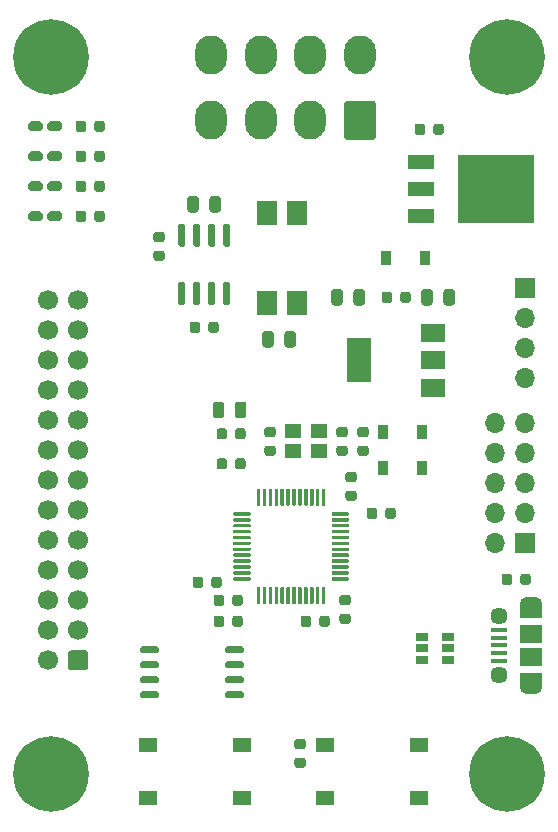
<source format=gbr>
%TF.GenerationSoftware,KiCad,Pcbnew,5.1.6*%
%TF.CreationDate,2020-11-22T23:26:00-03:00*%
%TF.ProjectId,MCU_Comms_Control,4d43555f-436f-46d6-9d73-5f436f6e7472,rev?*%
%TF.SameCoordinates,Original*%
%TF.FileFunction,Soldermask,Top*%
%TF.FilePolarity,Negative*%
%FSLAX46Y46*%
G04 Gerber Fmt 4.6, Leading zero omitted, Abs format (unit mm)*
G04 Created by KiCad (PCBNEW 5.1.6) date 2020-11-22 23:26:00*
%MOMM*%
%LPD*%
G01*
G04 APERTURE LIST*
%ADD10C,0.800000*%
%ADD11C,6.400000*%
%ADD12R,0.900000X1.200000*%
%ADD13R,1.900000X1.500000*%
%ADD14C,1.450000*%
%ADD15R,1.350000X0.400000*%
%ADD16O,1.900000X1.200000*%
%ADD17R,1.900000X1.200000*%
%ADD18O,2.700000X3.300000*%
%ADD19C,1.700000*%
%ADD20R,1.700000X1.700000*%
%ADD21O,1.700000X1.700000*%
%ADD22R,1.550000X1.300000*%
%ADD23R,1.060000X0.650000*%
%ADD24R,1.780000X2.000000*%
%ADD25R,2.000000X3.800000*%
%ADD26R,2.000000X1.500000*%
%ADD27R,2.200000X1.200000*%
%ADD28R,6.400000X5.800000*%
%ADD29R,1.400000X1.200000*%
G04 APERTURE END LIST*
D10*
%TO.C,REF\u002A\u002A*%
X110409056Y-43768944D03*
X108712000Y-43066000D03*
X107014944Y-43768944D03*
X106312000Y-45466000D03*
X107014944Y-47163056D03*
X108712000Y-47866000D03*
X110409056Y-47163056D03*
X111112000Y-45466000D03*
D11*
X108712000Y-45466000D03*
%TD*%
D10*
%TO.C,REF\u002A\u002A*%
X71801056Y-43768944D03*
X70104000Y-43066000D03*
X68406944Y-43768944D03*
X67704000Y-45466000D03*
X68406944Y-47163056D03*
X70104000Y-47866000D03*
X71801056Y-47163056D03*
X72504000Y-45466000D03*
D11*
X70104000Y-45466000D03*
%TD*%
D10*
%TO.C,REF\u002A\u002A*%
X110409056Y-104474944D03*
X108712000Y-103772000D03*
X107014944Y-104474944D03*
X106312000Y-106172000D03*
X107014944Y-107869056D03*
X108712000Y-108572000D03*
X110409056Y-107869056D03*
X111112000Y-106172000D03*
D11*
X108712000Y-106172000D03*
%TD*%
D10*
%TO.C,REF\u002A\u002A*%
X71801056Y-104474944D03*
X70104000Y-103772000D03*
X68406944Y-104474944D03*
X67704000Y-106172000D03*
X68406944Y-107869056D03*
X70104000Y-108572000D03*
X71801056Y-107869056D03*
X72504000Y-106172000D03*
D11*
X70104000Y-106172000D03*
%TD*%
%TO.C,C1*%
G36*
G01*
X96263750Y-78328000D02*
X96776250Y-78328000D01*
G75*
G02*
X96995000Y-78546750I0J-218750D01*
G01*
X96995000Y-78984250D01*
G75*
G02*
X96776250Y-79203000I-218750J0D01*
G01*
X96263750Y-79203000D01*
G75*
G02*
X96045000Y-78984250I0J218750D01*
G01*
X96045000Y-78546750D01*
G75*
G02*
X96263750Y-78328000I218750J0D01*
G01*
G37*
G36*
G01*
X96263750Y-76753000D02*
X96776250Y-76753000D01*
G75*
G02*
X96995000Y-76971750I0J-218750D01*
G01*
X96995000Y-77409250D01*
G75*
G02*
X96776250Y-77628000I-218750J0D01*
G01*
X96263750Y-77628000D01*
G75*
G02*
X96045000Y-77409250I0J218750D01*
G01*
X96045000Y-76971750D01*
G75*
G02*
X96263750Y-76753000I218750J0D01*
G01*
G37*
%TD*%
%TO.C,C2*%
G36*
G01*
X94998250Y-79203000D02*
X94485750Y-79203000D01*
G75*
G02*
X94267000Y-78984250I0J218750D01*
G01*
X94267000Y-78546750D01*
G75*
G02*
X94485750Y-78328000I218750J0D01*
G01*
X94998250Y-78328000D01*
G75*
G02*
X95217000Y-78546750I0J-218750D01*
G01*
X95217000Y-78984250D01*
G75*
G02*
X94998250Y-79203000I-218750J0D01*
G01*
G37*
G36*
G01*
X94998250Y-77628000D02*
X94485750Y-77628000D01*
G75*
G02*
X94267000Y-77409250I0J218750D01*
G01*
X94267000Y-76971750D01*
G75*
G02*
X94485750Y-76753000I218750J0D01*
G01*
X94998250Y-76753000D01*
G75*
G02*
X95217000Y-76971750I0J-218750D01*
G01*
X95217000Y-77409250D01*
G75*
G02*
X94998250Y-77628000I-218750J0D01*
G01*
G37*
%TD*%
%TO.C,C3*%
G36*
G01*
X88389750Y-78328000D02*
X88902250Y-78328000D01*
G75*
G02*
X89121000Y-78546750I0J-218750D01*
G01*
X89121000Y-78984250D01*
G75*
G02*
X88902250Y-79203000I-218750J0D01*
G01*
X88389750Y-79203000D01*
G75*
G02*
X88171000Y-78984250I0J218750D01*
G01*
X88171000Y-78546750D01*
G75*
G02*
X88389750Y-78328000I218750J0D01*
G01*
G37*
G36*
G01*
X88389750Y-76753000D02*
X88902250Y-76753000D01*
G75*
G02*
X89121000Y-76971750I0J-218750D01*
G01*
X89121000Y-77409250D01*
G75*
G02*
X88902250Y-77628000I-218750J0D01*
G01*
X88389750Y-77628000D01*
G75*
G02*
X88171000Y-77409250I0J218750D01*
G01*
X88171000Y-76971750D01*
G75*
G02*
X88389750Y-76753000I218750J0D01*
G01*
G37*
%TD*%
%TO.C,C4*%
G36*
G01*
X103320000Y-66242250D02*
X103320000Y-65329750D01*
G75*
G02*
X103563750Y-65086000I243750J0D01*
G01*
X104051250Y-65086000D01*
G75*
G02*
X104295000Y-65329750I0J-243750D01*
G01*
X104295000Y-66242250D01*
G75*
G02*
X104051250Y-66486000I-243750J0D01*
G01*
X103563750Y-66486000D01*
G75*
G02*
X103320000Y-66242250I0J243750D01*
G01*
G37*
G36*
G01*
X101445000Y-66242250D02*
X101445000Y-65329750D01*
G75*
G02*
X101688750Y-65086000I243750J0D01*
G01*
X102176250Y-65086000D01*
G75*
G02*
X102420000Y-65329750I0J-243750D01*
G01*
X102420000Y-66242250D01*
G75*
G02*
X102176250Y-66486000I-243750J0D01*
G01*
X101688750Y-66486000D01*
G75*
G02*
X101445000Y-66242250I0J243750D01*
G01*
G37*
%TD*%
%TO.C,C5*%
G36*
G01*
X102458000Y-51818250D02*
X102458000Y-51305750D01*
G75*
G02*
X102676750Y-51087000I218750J0D01*
G01*
X103114250Y-51087000D01*
G75*
G02*
X103333000Y-51305750I0J-218750D01*
G01*
X103333000Y-51818250D01*
G75*
G02*
X103114250Y-52037000I-218750J0D01*
G01*
X102676750Y-52037000D01*
G75*
G02*
X102458000Y-51818250I0J218750D01*
G01*
G37*
G36*
G01*
X100883000Y-51818250D02*
X100883000Y-51305750D01*
G75*
G02*
X101101750Y-51087000I218750J0D01*
G01*
X101539250Y-51087000D01*
G75*
G02*
X101758000Y-51305750I0J-218750D01*
G01*
X101758000Y-51818250D01*
G75*
G02*
X101539250Y-52037000I-218750J0D01*
G01*
X101101750Y-52037000D01*
G75*
G02*
X100883000Y-51818250I0J218750D01*
G01*
G37*
%TD*%
%TO.C,C6*%
G36*
G01*
X96675000Y-65329750D02*
X96675000Y-66242250D01*
G75*
G02*
X96431250Y-66486000I-243750J0D01*
G01*
X95943750Y-66486000D01*
G75*
G02*
X95700000Y-66242250I0J243750D01*
G01*
X95700000Y-65329750D01*
G75*
G02*
X95943750Y-65086000I243750J0D01*
G01*
X96431250Y-65086000D01*
G75*
G02*
X96675000Y-65329750I0J-243750D01*
G01*
G37*
G36*
G01*
X94800000Y-65329750D02*
X94800000Y-66242250D01*
G75*
G02*
X94556250Y-66486000I-243750J0D01*
G01*
X94068750Y-66486000D01*
G75*
G02*
X93825000Y-66242250I0J243750D01*
G01*
X93825000Y-65329750D01*
G75*
G02*
X94068750Y-65086000I243750J0D01*
G01*
X94556250Y-65086000D01*
G75*
G02*
X94800000Y-65329750I0J-243750D01*
G01*
G37*
%TD*%
%TO.C,C7*%
G36*
G01*
X98089000Y-66042250D02*
X98089000Y-65529750D01*
G75*
G02*
X98307750Y-65311000I218750J0D01*
G01*
X98745250Y-65311000D01*
G75*
G02*
X98964000Y-65529750I0J-218750D01*
G01*
X98964000Y-66042250D01*
G75*
G02*
X98745250Y-66261000I-218750J0D01*
G01*
X98307750Y-66261000D01*
G75*
G02*
X98089000Y-66042250I0J218750D01*
G01*
G37*
G36*
G01*
X99664000Y-66042250D02*
X99664000Y-65529750D01*
G75*
G02*
X99882750Y-65311000I218750J0D01*
G01*
X100320250Y-65311000D01*
G75*
G02*
X100539000Y-65529750I0J-218750D01*
G01*
X100539000Y-66042250D01*
G75*
G02*
X100320250Y-66261000I-218750J0D01*
G01*
X99882750Y-66261000D01*
G75*
G02*
X99664000Y-66042250I0J218750D01*
G01*
G37*
%TD*%
%TO.C,C8*%
G36*
G01*
X86315000Y-91183750D02*
X86315000Y-91696250D01*
G75*
G02*
X86096250Y-91915000I-218750J0D01*
G01*
X85658750Y-91915000D01*
G75*
G02*
X85440000Y-91696250I0J218750D01*
G01*
X85440000Y-91183750D01*
G75*
G02*
X85658750Y-90965000I218750J0D01*
G01*
X86096250Y-90965000D01*
G75*
G02*
X86315000Y-91183750I0J-218750D01*
G01*
G37*
G36*
G01*
X84740000Y-91183750D02*
X84740000Y-91696250D01*
G75*
G02*
X84521250Y-91915000I-218750J0D01*
G01*
X84083750Y-91915000D01*
G75*
G02*
X83865000Y-91696250I0J218750D01*
G01*
X83865000Y-91183750D01*
G75*
G02*
X84083750Y-90965000I218750J0D01*
G01*
X84521250Y-90965000D01*
G75*
G02*
X84740000Y-91183750I0J-218750D01*
G01*
G37*
%TD*%
%TO.C,C9*%
G36*
G01*
X82962000Y-89659750D02*
X82962000Y-90172250D01*
G75*
G02*
X82743250Y-90391000I-218750J0D01*
G01*
X82305750Y-90391000D01*
G75*
G02*
X82087000Y-90172250I0J218750D01*
G01*
X82087000Y-89659750D01*
G75*
G02*
X82305750Y-89441000I218750J0D01*
G01*
X82743250Y-89441000D01*
G75*
G02*
X82962000Y-89659750I0J-218750D01*
G01*
G37*
G36*
G01*
X84537000Y-89659750D02*
X84537000Y-90172250D01*
G75*
G02*
X84318250Y-90391000I-218750J0D01*
G01*
X83880750Y-90391000D01*
G75*
G02*
X83662000Y-90172250I0J218750D01*
G01*
X83662000Y-89659750D01*
G75*
G02*
X83880750Y-89441000I218750J0D01*
G01*
X84318250Y-89441000D01*
G75*
G02*
X84537000Y-89659750I0J-218750D01*
G01*
G37*
%TD*%
%TO.C,C10*%
G36*
G01*
X94739750Y-90977000D02*
X95252250Y-90977000D01*
G75*
G02*
X95471000Y-91195750I0J-218750D01*
G01*
X95471000Y-91633250D01*
G75*
G02*
X95252250Y-91852000I-218750J0D01*
G01*
X94739750Y-91852000D01*
G75*
G02*
X94521000Y-91633250I0J218750D01*
G01*
X94521000Y-91195750D01*
G75*
G02*
X94739750Y-90977000I218750J0D01*
G01*
G37*
G36*
G01*
X94739750Y-92552000D02*
X95252250Y-92552000D01*
G75*
G02*
X95471000Y-92770750I0J-218750D01*
G01*
X95471000Y-93208250D01*
G75*
G02*
X95252250Y-93427000I-218750J0D01*
G01*
X94739750Y-93427000D01*
G75*
G02*
X94521000Y-93208250I0J218750D01*
G01*
X94521000Y-92770750D01*
G75*
G02*
X94739750Y-92552000I218750J0D01*
G01*
G37*
%TD*%
%TO.C,C11*%
G36*
G01*
X98394000Y-84330250D02*
X98394000Y-83817750D01*
G75*
G02*
X98612750Y-83599000I218750J0D01*
G01*
X99050250Y-83599000D01*
G75*
G02*
X99269000Y-83817750I0J-218750D01*
G01*
X99269000Y-84330250D01*
G75*
G02*
X99050250Y-84549000I-218750J0D01*
G01*
X98612750Y-84549000D01*
G75*
G02*
X98394000Y-84330250I0J218750D01*
G01*
G37*
G36*
G01*
X96819000Y-84330250D02*
X96819000Y-83817750D01*
G75*
G02*
X97037750Y-83599000I218750J0D01*
G01*
X97475250Y-83599000D01*
G75*
G02*
X97694000Y-83817750I0J-218750D01*
G01*
X97694000Y-84330250D01*
G75*
G02*
X97475250Y-84549000I-218750J0D01*
G01*
X97037750Y-84549000D01*
G75*
G02*
X96819000Y-84330250I0J218750D01*
G01*
G37*
%TD*%
%TO.C,C12*%
G36*
G01*
X95760250Y-83013000D02*
X95247750Y-83013000D01*
G75*
G02*
X95029000Y-82794250I0J218750D01*
G01*
X95029000Y-82356750D01*
G75*
G02*
X95247750Y-82138000I218750J0D01*
G01*
X95760250Y-82138000D01*
G75*
G02*
X95979000Y-82356750I0J-218750D01*
G01*
X95979000Y-82794250D01*
G75*
G02*
X95760250Y-83013000I-218750J0D01*
G01*
G37*
G36*
G01*
X95760250Y-81438000D02*
X95247750Y-81438000D01*
G75*
G02*
X95029000Y-81219250I0J218750D01*
G01*
X95029000Y-80781750D01*
G75*
G02*
X95247750Y-80563000I218750J0D01*
G01*
X95760250Y-80563000D01*
G75*
G02*
X95979000Y-80781750I0J-218750D01*
G01*
X95979000Y-81219250D01*
G75*
G02*
X95760250Y-81438000I-218750J0D01*
G01*
G37*
%TD*%
%TO.C,C13*%
G36*
G01*
X86569000Y-77086750D02*
X86569000Y-77599250D01*
G75*
G02*
X86350250Y-77818000I-218750J0D01*
G01*
X85912750Y-77818000D01*
G75*
G02*
X85694000Y-77599250I0J218750D01*
G01*
X85694000Y-77086750D01*
G75*
G02*
X85912750Y-76868000I218750J0D01*
G01*
X86350250Y-76868000D01*
G75*
G02*
X86569000Y-77086750I0J-218750D01*
G01*
G37*
G36*
G01*
X84994000Y-77086750D02*
X84994000Y-77599250D01*
G75*
G02*
X84775250Y-77818000I-218750J0D01*
G01*
X84337750Y-77818000D01*
G75*
G02*
X84119000Y-77599250I0J218750D01*
G01*
X84119000Y-77086750D01*
G75*
G02*
X84337750Y-76868000I218750J0D01*
G01*
X84775250Y-76868000D01*
G75*
G02*
X84994000Y-77086750I0J-218750D01*
G01*
G37*
%TD*%
%TO.C,C14*%
G36*
G01*
X84994000Y-79626750D02*
X84994000Y-80139250D01*
G75*
G02*
X84775250Y-80358000I-218750J0D01*
G01*
X84337750Y-80358000D01*
G75*
G02*
X84119000Y-80139250I0J218750D01*
G01*
X84119000Y-79626750D01*
G75*
G02*
X84337750Y-79408000I218750J0D01*
G01*
X84775250Y-79408000D01*
G75*
G02*
X84994000Y-79626750I0J-218750D01*
G01*
G37*
G36*
G01*
X86569000Y-79626750D02*
X86569000Y-80139250D01*
G75*
G02*
X86350250Y-80358000I-218750J0D01*
G01*
X85912750Y-80358000D01*
G75*
G02*
X85694000Y-80139250I0J218750D01*
G01*
X85694000Y-79626750D01*
G75*
G02*
X85912750Y-79408000I218750J0D01*
G01*
X86350250Y-79408000D01*
G75*
G02*
X86569000Y-79626750I0J-218750D01*
G01*
G37*
%TD*%
%TO.C,C15*%
G36*
G01*
X84283000Y-68069750D02*
X84283000Y-68582250D01*
G75*
G02*
X84064250Y-68801000I-218750J0D01*
G01*
X83626750Y-68801000D01*
G75*
G02*
X83408000Y-68582250I0J218750D01*
G01*
X83408000Y-68069750D01*
G75*
G02*
X83626750Y-67851000I218750J0D01*
G01*
X84064250Y-67851000D01*
G75*
G02*
X84283000Y-68069750I0J-218750D01*
G01*
G37*
G36*
G01*
X82708000Y-68069750D02*
X82708000Y-68582250D01*
G75*
G02*
X82489250Y-68801000I-218750J0D01*
G01*
X82051750Y-68801000D01*
G75*
G02*
X81833000Y-68582250I0J218750D01*
G01*
X81833000Y-68069750D01*
G75*
G02*
X82051750Y-67851000I218750J0D01*
G01*
X82489250Y-67851000D01*
G75*
G02*
X82708000Y-68069750I0J-218750D01*
G01*
G37*
%TD*%
%TO.C,C16*%
G36*
G01*
X84740000Y-92961750D02*
X84740000Y-93474250D01*
G75*
G02*
X84521250Y-93693000I-218750J0D01*
G01*
X84083750Y-93693000D01*
G75*
G02*
X83865000Y-93474250I0J218750D01*
G01*
X83865000Y-92961750D01*
G75*
G02*
X84083750Y-92743000I218750J0D01*
G01*
X84521250Y-92743000D01*
G75*
G02*
X84740000Y-92961750I0J-218750D01*
G01*
G37*
G36*
G01*
X86315000Y-92961750D02*
X86315000Y-93474250D01*
G75*
G02*
X86096250Y-93693000I-218750J0D01*
G01*
X85658750Y-93693000D01*
G75*
G02*
X85440000Y-93474250I0J218750D01*
G01*
X85440000Y-92961750D01*
G75*
G02*
X85658750Y-92743000I218750J0D01*
G01*
X86096250Y-92743000D01*
G75*
G02*
X86315000Y-92961750I0J-218750D01*
G01*
G37*
%TD*%
D12*
%TO.C,D1*%
X101472000Y-80264000D03*
X98172000Y-80264000D03*
%TD*%
%TO.C,D2*%
X98172000Y-77216000D03*
X101472000Y-77216000D03*
%TD*%
%TO.C,D3*%
G36*
G01*
X69796000Y-51520500D02*
X69796000Y-51095500D01*
G75*
G02*
X70008500Y-50883000I212500J0D01*
G01*
X70808500Y-50883000D01*
G75*
G02*
X71021000Y-51095500I0J-212500D01*
G01*
X71021000Y-51520500D01*
G75*
G02*
X70808500Y-51733000I-212500J0D01*
G01*
X70008500Y-51733000D01*
G75*
G02*
X69796000Y-51520500I0J212500D01*
G01*
G37*
G36*
G01*
X68171000Y-51520500D02*
X68171000Y-51095500D01*
G75*
G02*
X68383500Y-50883000I212500J0D01*
G01*
X69183500Y-50883000D01*
G75*
G02*
X69396000Y-51095500I0J-212500D01*
G01*
X69396000Y-51520500D01*
G75*
G02*
X69183500Y-51733000I-212500J0D01*
G01*
X68383500Y-51733000D01*
G75*
G02*
X68171000Y-51520500I0J212500D01*
G01*
G37*
%TD*%
%TO.C,D4*%
G36*
G01*
X68171000Y-54060500D02*
X68171000Y-53635500D01*
G75*
G02*
X68383500Y-53423000I212500J0D01*
G01*
X69183500Y-53423000D01*
G75*
G02*
X69396000Y-53635500I0J-212500D01*
G01*
X69396000Y-54060500D01*
G75*
G02*
X69183500Y-54273000I-212500J0D01*
G01*
X68383500Y-54273000D01*
G75*
G02*
X68171000Y-54060500I0J212500D01*
G01*
G37*
G36*
G01*
X69796000Y-54060500D02*
X69796000Y-53635500D01*
G75*
G02*
X70008500Y-53423000I212500J0D01*
G01*
X70808500Y-53423000D01*
G75*
G02*
X71021000Y-53635500I0J-212500D01*
G01*
X71021000Y-54060500D01*
G75*
G02*
X70808500Y-54273000I-212500J0D01*
G01*
X70008500Y-54273000D01*
G75*
G02*
X69796000Y-54060500I0J212500D01*
G01*
G37*
%TD*%
%TO.C,D5*%
G36*
G01*
X69796000Y-56600500D02*
X69796000Y-56175500D01*
G75*
G02*
X70008500Y-55963000I212500J0D01*
G01*
X70808500Y-55963000D01*
G75*
G02*
X71021000Y-56175500I0J-212500D01*
G01*
X71021000Y-56600500D01*
G75*
G02*
X70808500Y-56813000I-212500J0D01*
G01*
X70008500Y-56813000D01*
G75*
G02*
X69796000Y-56600500I0J212500D01*
G01*
G37*
G36*
G01*
X68171000Y-56600500D02*
X68171000Y-56175500D01*
G75*
G02*
X68383500Y-55963000I212500J0D01*
G01*
X69183500Y-55963000D01*
G75*
G02*
X69396000Y-56175500I0J-212500D01*
G01*
X69396000Y-56600500D01*
G75*
G02*
X69183500Y-56813000I-212500J0D01*
G01*
X68383500Y-56813000D01*
G75*
G02*
X68171000Y-56600500I0J212500D01*
G01*
G37*
%TD*%
%TO.C,D6*%
G36*
G01*
X68171000Y-59140500D02*
X68171000Y-58715500D01*
G75*
G02*
X68383500Y-58503000I212500J0D01*
G01*
X69183500Y-58503000D01*
G75*
G02*
X69396000Y-58715500I0J-212500D01*
G01*
X69396000Y-59140500D01*
G75*
G02*
X69183500Y-59353000I-212500J0D01*
G01*
X68383500Y-59353000D01*
G75*
G02*
X68171000Y-59140500I0J212500D01*
G01*
G37*
G36*
G01*
X69796000Y-59140500D02*
X69796000Y-58715500D01*
G75*
G02*
X70008500Y-58503000I212500J0D01*
G01*
X70808500Y-58503000D01*
G75*
G02*
X71021000Y-58715500I0J-212500D01*
G01*
X71021000Y-59140500D01*
G75*
G02*
X70808500Y-59353000I-212500J0D01*
G01*
X70008500Y-59353000D01*
G75*
G02*
X69796000Y-59140500I0J212500D01*
G01*
G37*
%TD*%
%TO.C,D7*%
X101726000Y-62484000D03*
X98426000Y-62484000D03*
%TD*%
%TO.C,FB1*%
G36*
G01*
X86642000Y-74854750D02*
X86642000Y-75767250D01*
G75*
G02*
X86398250Y-76011000I-243750J0D01*
G01*
X85910750Y-76011000D01*
G75*
G02*
X85667000Y-75767250I0J243750D01*
G01*
X85667000Y-74854750D01*
G75*
G02*
X85910750Y-74611000I243750J0D01*
G01*
X86398250Y-74611000D01*
G75*
G02*
X86642000Y-74854750I0J-243750D01*
G01*
G37*
G36*
G01*
X84767000Y-74854750D02*
X84767000Y-75767250D01*
G75*
G02*
X84523250Y-76011000I-243750J0D01*
G01*
X84035750Y-76011000D01*
G75*
G02*
X83792000Y-75767250I0J243750D01*
G01*
X83792000Y-74854750D01*
G75*
G02*
X84035750Y-74611000I243750J0D01*
G01*
X84523250Y-74611000D01*
G75*
G02*
X84767000Y-74854750I0J-243750D01*
G01*
G37*
%TD*%
D13*
%TO.C,J1*%
X110711500Y-94250000D03*
D14*
X108011500Y-97750000D03*
D15*
X108011500Y-95900000D03*
X108011500Y-96550000D03*
X108011500Y-93950000D03*
X108011500Y-94600000D03*
X108011500Y-95250000D03*
D14*
X108011500Y-92750000D03*
D13*
X110711500Y-96250000D03*
D16*
X110711500Y-98750000D03*
X110711500Y-91750000D03*
D17*
X110711500Y-92350000D03*
X110711500Y-98150000D03*
%TD*%
%TO.C,J2*%
G36*
G01*
X97616000Y-49400001D02*
X97616000Y-52199999D01*
G75*
G02*
X97365999Y-52450000I-250001J0D01*
G01*
X95166001Y-52450000D01*
G75*
G02*
X94916000Y-52199999I0J250001D01*
G01*
X94916000Y-49400001D01*
G75*
G02*
X95166001Y-49150000I250001J0D01*
G01*
X97365999Y-49150000D01*
G75*
G02*
X97616000Y-49400001I0J-250001D01*
G01*
G37*
D18*
X92066000Y-50800000D03*
X87866000Y-50800000D03*
X83666000Y-50800000D03*
X96266000Y-45300000D03*
X92066000Y-45300000D03*
X87866000Y-45300000D03*
X83666000Y-45300000D03*
%TD*%
%TO.C,J3*%
G36*
G01*
X73240000Y-95920000D02*
X73240000Y-97120000D01*
G75*
G02*
X72990000Y-97370000I-250000J0D01*
G01*
X71790000Y-97370000D01*
G75*
G02*
X71540000Y-97120000I0J250000D01*
G01*
X71540000Y-95920000D01*
G75*
G02*
X71790000Y-95670000I250000J0D01*
G01*
X72990000Y-95670000D01*
G75*
G02*
X73240000Y-95920000I0J-250000D01*
G01*
G37*
D19*
X72390000Y-93980000D03*
X72390000Y-91440000D03*
X72390000Y-88900000D03*
X72390000Y-86360000D03*
X72390000Y-83820000D03*
X72390000Y-81280000D03*
X72390000Y-78740000D03*
X72390000Y-76200000D03*
X72390000Y-73660000D03*
X72390000Y-71120000D03*
X72390000Y-68580000D03*
X72390000Y-66040000D03*
X69850000Y-96520000D03*
X69850000Y-93980000D03*
X69850000Y-91440000D03*
X69850000Y-88900000D03*
X69850000Y-86360000D03*
X69850000Y-83820000D03*
X69850000Y-81280000D03*
X69850000Y-78740000D03*
X69850000Y-76200000D03*
X69850000Y-73660000D03*
X69850000Y-71120000D03*
X69850000Y-68580000D03*
X69850000Y-66040000D03*
%TD*%
D20*
%TO.C,J4*%
X110236000Y-86614000D03*
D21*
X107696000Y-86614000D03*
X110236000Y-84074000D03*
X107696000Y-84074000D03*
X110236000Y-81534000D03*
X107696000Y-81534000D03*
X110236000Y-78994000D03*
X107696000Y-78994000D03*
X110236000Y-76454000D03*
X107696000Y-76454000D03*
%TD*%
D20*
%TO.C,J5*%
X110236000Y-65024000D03*
D21*
X110236000Y-67564000D03*
X110236000Y-70104000D03*
X110236000Y-72644000D03*
%TD*%
%TO.C,R1*%
G36*
G01*
X90929750Y-104744000D02*
X91442250Y-104744000D01*
G75*
G02*
X91661000Y-104962750I0J-218750D01*
G01*
X91661000Y-105400250D01*
G75*
G02*
X91442250Y-105619000I-218750J0D01*
G01*
X90929750Y-105619000D01*
G75*
G02*
X90711000Y-105400250I0J218750D01*
G01*
X90711000Y-104962750D01*
G75*
G02*
X90929750Y-104744000I218750J0D01*
G01*
G37*
G36*
G01*
X90929750Y-103169000D02*
X91442250Y-103169000D01*
G75*
G02*
X91661000Y-103387750I0J-218750D01*
G01*
X91661000Y-103825250D01*
G75*
G02*
X91442250Y-104044000I-218750J0D01*
G01*
X90929750Y-104044000D01*
G75*
G02*
X90711000Y-103825250I0J218750D01*
G01*
X90711000Y-103387750D01*
G75*
G02*
X90929750Y-103169000I218750J0D01*
G01*
G37*
%TD*%
%TO.C,R2*%
G36*
G01*
X110699000Y-89405750D02*
X110699000Y-89918250D01*
G75*
G02*
X110480250Y-90137000I-218750J0D01*
G01*
X110042750Y-90137000D01*
G75*
G02*
X109824000Y-89918250I0J218750D01*
G01*
X109824000Y-89405750D01*
G75*
G02*
X110042750Y-89187000I218750J0D01*
G01*
X110480250Y-89187000D01*
G75*
G02*
X110699000Y-89405750I0J-218750D01*
G01*
G37*
G36*
G01*
X109124000Y-89405750D02*
X109124000Y-89918250D01*
G75*
G02*
X108905250Y-90137000I-218750J0D01*
G01*
X108467750Y-90137000D01*
G75*
G02*
X108249000Y-89918250I0J218750D01*
G01*
X108249000Y-89405750D01*
G75*
G02*
X108467750Y-89187000I218750J0D01*
G01*
X108905250Y-89187000D01*
G75*
G02*
X109124000Y-89405750I0J-218750D01*
G01*
G37*
%TD*%
%TO.C,R3*%
G36*
G01*
X78991750Y-61818000D02*
X79504250Y-61818000D01*
G75*
G02*
X79723000Y-62036750I0J-218750D01*
G01*
X79723000Y-62474250D01*
G75*
G02*
X79504250Y-62693000I-218750J0D01*
G01*
X78991750Y-62693000D01*
G75*
G02*
X78773000Y-62474250I0J218750D01*
G01*
X78773000Y-62036750D01*
G75*
G02*
X78991750Y-61818000I218750J0D01*
G01*
G37*
G36*
G01*
X78991750Y-60243000D02*
X79504250Y-60243000D01*
G75*
G02*
X79723000Y-60461750I0J-218750D01*
G01*
X79723000Y-60899250D01*
G75*
G02*
X79504250Y-61118000I-218750J0D01*
G01*
X78991750Y-61118000D01*
G75*
G02*
X78773000Y-60899250I0J218750D01*
G01*
X78773000Y-60461750D01*
G75*
G02*
X78991750Y-60243000I218750J0D01*
G01*
G37*
%TD*%
%TO.C,R4*%
G36*
G01*
X81633000Y-58368250D02*
X81633000Y-57455750D01*
G75*
G02*
X81876750Y-57212000I243750J0D01*
G01*
X82364250Y-57212000D01*
G75*
G02*
X82608000Y-57455750I0J-243750D01*
G01*
X82608000Y-58368250D01*
G75*
G02*
X82364250Y-58612000I-243750J0D01*
G01*
X81876750Y-58612000D01*
G75*
G02*
X81633000Y-58368250I0J243750D01*
G01*
G37*
G36*
G01*
X83508000Y-58368250D02*
X83508000Y-57455750D01*
G75*
G02*
X83751750Y-57212000I243750J0D01*
G01*
X84239250Y-57212000D01*
G75*
G02*
X84483000Y-57455750I0J-243750D01*
G01*
X84483000Y-58368250D01*
G75*
G02*
X84239250Y-58612000I-243750J0D01*
G01*
X83751750Y-58612000D01*
G75*
G02*
X83508000Y-58368250I0J243750D01*
G01*
G37*
%TD*%
%TO.C,R5*%
G36*
G01*
X73756000Y-51564250D02*
X73756000Y-51051750D01*
G75*
G02*
X73974750Y-50833000I218750J0D01*
G01*
X74412250Y-50833000D01*
G75*
G02*
X74631000Y-51051750I0J-218750D01*
G01*
X74631000Y-51564250D01*
G75*
G02*
X74412250Y-51783000I-218750J0D01*
G01*
X73974750Y-51783000D01*
G75*
G02*
X73756000Y-51564250I0J218750D01*
G01*
G37*
G36*
G01*
X72181000Y-51564250D02*
X72181000Y-51051750D01*
G75*
G02*
X72399750Y-50833000I218750J0D01*
G01*
X72837250Y-50833000D01*
G75*
G02*
X73056000Y-51051750I0J-218750D01*
G01*
X73056000Y-51564250D01*
G75*
G02*
X72837250Y-51783000I-218750J0D01*
G01*
X72399750Y-51783000D01*
G75*
G02*
X72181000Y-51564250I0J218750D01*
G01*
G37*
%TD*%
%TO.C,R6*%
G36*
G01*
X72181000Y-54104250D02*
X72181000Y-53591750D01*
G75*
G02*
X72399750Y-53373000I218750J0D01*
G01*
X72837250Y-53373000D01*
G75*
G02*
X73056000Y-53591750I0J-218750D01*
G01*
X73056000Y-54104250D01*
G75*
G02*
X72837250Y-54323000I-218750J0D01*
G01*
X72399750Y-54323000D01*
G75*
G02*
X72181000Y-54104250I0J218750D01*
G01*
G37*
G36*
G01*
X73756000Y-54104250D02*
X73756000Y-53591750D01*
G75*
G02*
X73974750Y-53373000I218750J0D01*
G01*
X74412250Y-53373000D01*
G75*
G02*
X74631000Y-53591750I0J-218750D01*
G01*
X74631000Y-54104250D01*
G75*
G02*
X74412250Y-54323000I-218750J0D01*
G01*
X73974750Y-54323000D01*
G75*
G02*
X73756000Y-54104250I0J218750D01*
G01*
G37*
%TD*%
%TO.C,R7*%
G36*
G01*
X91231000Y-93474250D02*
X91231000Y-92961750D01*
G75*
G02*
X91449750Y-92743000I218750J0D01*
G01*
X91887250Y-92743000D01*
G75*
G02*
X92106000Y-92961750I0J-218750D01*
G01*
X92106000Y-93474250D01*
G75*
G02*
X91887250Y-93693000I-218750J0D01*
G01*
X91449750Y-93693000D01*
G75*
G02*
X91231000Y-93474250I0J218750D01*
G01*
G37*
G36*
G01*
X92806000Y-93474250D02*
X92806000Y-92961750D01*
G75*
G02*
X93024750Y-92743000I218750J0D01*
G01*
X93462250Y-92743000D01*
G75*
G02*
X93681000Y-92961750I0J-218750D01*
G01*
X93681000Y-93474250D01*
G75*
G02*
X93462250Y-93693000I-218750J0D01*
G01*
X93024750Y-93693000D01*
G75*
G02*
X92806000Y-93474250I0J218750D01*
G01*
G37*
%TD*%
%TO.C,R8*%
G36*
G01*
X72181000Y-56644250D02*
X72181000Y-56131750D01*
G75*
G02*
X72399750Y-55913000I218750J0D01*
G01*
X72837250Y-55913000D01*
G75*
G02*
X73056000Y-56131750I0J-218750D01*
G01*
X73056000Y-56644250D01*
G75*
G02*
X72837250Y-56863000I-218750J0D01*
G01*
X72399750Y-56863000D01*
G75*
G02*
X72181000Y-56644250I0J218750D01*
G01*
G37*
G36*
G01*
X73756000Y-56644250D02*
X73756000Y-56131750D01*
G75*
G02*
X73974750Y-55913000I218750J0D01*
G01*
X74412250Y-55913000D01*
G75*
G02*
X74631000Y-56131750I0J-218750D01*
G01*
X74631000Y-56644250D01*
G75*
G02*
X74412250Y-56863000I-218750J0D01*
G01*
X73974750Y-56863000D01*
G75*
G02*
X73756000Y-56644250I0J218750D01*
G01*
G37*
%TD*%
%TO.C,R9*%
G36*
G01*
X89858000Y-69798250D02*
X89858000Y-68885750D01*
G75*
G02*
X90101750Y-68642000I243750J0D01*
G01*
X90589250Y-68642000D01*
G75*
G02*
X90833000Y-68885750I0J-243750D01*
G01*
X90833000Y-69798250D01*
G75*
G02*
X90589250Y-70042000I-243750J0D01*
G01*
X90101750Y-70042000D01*
G75*
G02*
X89858000Y-69798250I0J243750D01*
G01*
G37*
G36*
G01*
X87983000Y-69798250D02*
X87983000Y-68885750D01*
G75*
G02*
X88226750Y-68642000I243750J0D01*
G01*
X88714250Y-68642000D01*
G75*
G02*
X88958000Y-68885750I0J-243750D01*
G01*
X88958000Y-69798250D01*
G75*
G02*
X88714250Y-70042000I-243750J0D01*
G01*
X88226750Y-70042000D01*
G75*
G02*
X87983000Y-69798250I0J243750D01*
G01*
G37*
%TD*%
%TO.C,R10*%
G36*
G01*
X73756000Y-59184250D02*
X73756000Y-58671750D01*
G75*
G02*
X73974750Y-58453000I218750J0D01*
G01*
X74412250Y-58453000D01*
G75*
G02*
X74631000Y-58671750I0J-218750D01*
G01*
X74631000Y-59184250D01*
G75*
G02*
X74412250Y-59403000I-218750J0D01*
G01*
X73974750Y-59403000D01*
G75*
G02*
X73756000Y-59184250I0J218750D01*
G01*
G37*
G36*
G01*
X72181000Y-59184250D02*
X72181000Y-58671750D01*
G75*
G02*
X72399750Y-58453000I218750J0D01*
G01*
X72837250Y-58453000D01*
G75*
G02*
X73056000Y-58671750I0J-218750D01*
G01*
X73056000Y-59184250D01*
G75*
G02*
X72837250Y-59403000I-218750J0D01*
G01*
X72399750Y-59403000D01*
G75*
G02*
X72181000Y-59184250I0J218750D01*
G01*
G37*
%TD*%
D22*
%TO.C,SW1*%
X101262000Y-108168000D03*
X101262000Y-103668000D03*
X93302000Y-103668000D03*
X93302000Y-108168000D03*
%TD*%
%TO.C,SW2*%
X78316000Y-108168000D03*
X78316000Y-103668000D03*
X86276000Y-103668000D03*
X86276000Y-108168000D03*
%TD*%
D23*
%TO.C,U1*%
X101516000Y-94554000D03*
X101516000Y-95504000D03*
X101516000Y-96454000D03*
X103716000Y-96454000D03*
X103716000Y-94554000D03*
X103716000Y-95504000D03*
%TD*%
%TO.C,U2*%
G36*
G01*
X81303000Y-66442000D02*
X81003000Y-66442000D01*
G75*
G02*
X80853000Y-66292000I0J150000D01*
G01*
X80853000Y-64642000D01*
G75*
G02*
X81003000Y-64492000I150000J0D01*
G01*
X81303000Y-64492000D01*
G75*
G02*
X81453000Y-64642000I0J-150000D01*
G01*
X81453000Y-66292000D01*
G75*
G02*
X81303000Y-66442000I-150000J0D01*
G01*
G37*
G36*
G01*
X82573000Y-66442000D02*
X82273000Y-66442000D01*
G75*
G02*
X82123000Y-66292000I0J150000D01*
G01*
X82123000Y-64642000D01*
G75*
G02*
X82273000Y-64492000I150000J0D01*
G01*
X82573000Y-64492000D01*
G75*
G02*
X82723000Y-64642000I0J-150000D01*
G01*
X82723000Y-66292000D01*
G75*
G02*
X82573000Y-66442000I-150000J0D01*
G01*
G37*
G36*
G01*
X83843000Y-66442000D02*
X83543000Y-66442000D01*
G75*
G02*
X83393000Y-66292000I0J150000D01*
G01*
X83393000Y-64642000D01*
G75*
G02*
X83543000Y-64492000I150000J0D01*
G01*
X83843000Y-64492000D01*
G75*
G02*
X83993000Y-64642000I0J-150000D01*
G01*
X83993000Y-66292000D01*
G75*
G02*
X83843000Y-66442000I-150000J0D01*
G01*
G37*
G36*
G01*
X85113000Y-66442000D02*
X84813000Y-66442000D01*
G75*
G02*
X84663000Y-66292000I0J150000D01*
G01*
X84663000Y-64642000D01*
G75*
G02*
X84813000Y-64492000I150000J0D01*
G01*
X85113000Y-64492000D01*
G75*
G02*
X85263000Y-64642000I0J-150000D01*
G01*
X85263000Y-66292000D01*
G75*
G02*
X85113000Y-66442000I-150000J0D01*
G01*
G37*
G36*
G01*
X85113000Y-61492000D02*
X84813000Y-61492000D01*
G75*
G02*
X84663000Y-61342000I0J150000D01*
G01*
X84663000Y-59692000D01*
G75*
G02*
X84813000Y-59542000I150000J0D01*
G01*
X85113000Y-59542000D01*
G75*
G02*
X85263000Y-59692000I0J-150000D01*
G01*
X85263000Y-61342000D01*
G75*
G02*
X85113000Y-61492000I-150000J0D01*
G01*
G37*
G36*
G01*
X83843000Y-61492000D02*
X83543000Y-61492000D01*
G75*
G02*
X83393000Y-61342000I0J150000D01*
G01*
X83393000Y-59692000D01*
G75*
G02*
X83543000Y-59542000I150000J0D01*
G01*
X83843000Y-59542000D01*
G75*
G02*
X83993000Y-59692000I0J-150000D01*
G01*
X83993000Y-61342000D01*
G75*
G02*
X83843000Y-61492000I-150000J0D01*
G01*
G37*
G36*
G01*
X82573000Y-61492000D02*
X82273000Y-61492000D01*
G75*
G02*
X82123000Y-61342000I0J150000D01*
G01*
X82123000Y-59692000D01*
G75*
G02*
X82273000Y-59542000I150000J0D01*
G01*
X82573000Y-59542000D01*
G75*
G02*
X82723000Y-59692000I0J-150000D01*
G01*
X82723000Y-61342000D01*
G75*
G02*
X82573000Y-61492000I-150000J0D01*
G01*
G37*
G36*
G01*
X81303000Y-61492000D02*
X81003000Y-61492000D01*
G75*
G02*
X80853000Y-61342000I0J150000D01*
G01*
X80853000Y-59692000D01*
G75*
G02*
X81003000Y-59542000I150000J0D01*
G01*
X81303000Y-59542000D01*
G75*
G02*
X81453000Y-59692000I0J-150000D01*
G01*
X81453000Y-61342000D01*
G75*
G02*
X81303000Y-61492000I-150000J0D01*
G01*
G37*
%TD*%
%TO.C,U3*%
G36*
G01*
X77642000Y-95781000D02*
X77642000Y-95481000D01*
G75*
G02*
X77792000Y-95331000I150000J0D01*
G01*
X79092000Y-95331000D01*
G75*
G02*
X79242000Y-95481000I0J-150000D01*
G01*
X79242000Y-95781000D01*
G75*
G02*
X79092000Y-95931000I-150000J0D01*
G01*
X77792000Y-95931000D01*
G75*
G02*
X77642000Y-95781000I0J150000D01*
G01*
G37*
G36*
G01*
X77642000Y-97051000D02*
X77642000Y-96751000D01*
G75*
G02*
X77792000Y-96601000I150000J0D01*
G01*
X79092000Y-96601000D01*
G75*
G02*
X79242000Y-96751000I0J-150000D01*
G01*
X79242000Y-97051000D01*
G75*
G02*
X79092000Y-97201000I-150000J0D01*
G01*
X77792000Y-97201000D01*
G75*
G02*
X77642000Y-97051000I0J150000D01*
G01*
G37*
G36*
G01*
X77642000Y-98321000D02*
X77642000Y-98021000D01*
G75*
G02*
X77792000Y-97871000I150000J0D01*
G01*
X79092000Y-97871000D01*
G75*
G02*
X79242000Y-98021000I0J-150000D01*
G01*
X79242000Y-98321000D01*
G75*
G02*
X79092000Y-98471000I-150000J0D01*
G01*
X77792000Y-98471000D01*
G75*
G02*
X77642000Y-98321000I0J150000D01*
G01*
G37*
G36*
G01*
X77642000Y-99591000D02*
X77642000Y-99291000D01*
G75*
G02*
X77792000Y-99141000I150000J0D01*
G01*
X79092000Y-99141000D01*
G75*
G02*
X79242000Y-99291000I0J-150000D01*
G01*
X79242000Y-99591000D01*
G75*
G02*
X79092000Y-99741000I-150000J0D01*
G01*
X77792000Y-99741000D01*
G75*
G02*
X77642000Y-99591000I0J150000D01*
G01*
G37*
G36*
G01*
X84842000Y-99591000D02*
X84842000Y-99291000D01*
G75*
G02*
X84992000Y-99141000I150000J0D01*
G01*
X86292000Y-99141000D01*
G75*
G02*
X86442000Y-99291000I0J-150000D01*
G01*
X86442000Y-99591000D01*
G75*
G02*
X86292000Y-99741000I-150000J0D01*
G01*
X84992000Y-99741000D01*
G75*
G02*
X84842000Y-99591000I0J150000D01*
G01*
G37*
G36*
G01*
X84842000Y-98321000D02*
X84842000Y-98021000D01*
G75*
G02*
X84992000Y-97871000I150000J0D01*
G01*
X86292000Y-97871000D01*
G75*
G02*
X86442000Y-98021000I0J-150000D01*
G01*
X86442000Y-98321000D01*
G75*
G02*
X86292000Y-98471000I-150000J0D01*
G01*
X84992000Y-98471000D01*
G75*
G02*
X84842000Y-98321000I0J150000D01*
G01*
G37*
G36*
G01*
X84842000Y-97051000D02*
X84842000Y-96751000D01*
G75*
G02*
X84992000Y-96601000I150000J0D01*
G01*
X86292000Y-96601000D01*
G75*
G02*
X86442000Y-96751000I0J-150000D01*
G01*
X86442000Y-97051000D01*
G75*
G02*
X86292000Y-97201000I-150000J0D01*
G01*
X84992000Y-97201000D01*
G75*
G02*
X84842000Y-97051000I0J150000D01*
G01*
G37*
G36*
G01*
X84842000Y-95781000D02*
X84842000Y-95481000D01*
G75*
G02*
X84992000Y-95331000I150000J0D01*
G01*
X86292000Y-95331000D01*
G75*
G02*
X86442000Y-95481000I0J-150000D01*
G01*
X86442000Y-95781000D01*
G75*
G02*
X86292000Y-95931000I-150000J0D01*
G01*
X84992000Y-95931000D01*
G75*
G02*
X84842000Y-95781000I0J150000D01*
G01*
G37*
%TD*%
%TO.C,U4*%
G36*
G01*
X93099000Y-81968000D02*
X93249000Y-81968000D01*
G75*
G02*
X93324000Y-82043000I0J-75000D01*
G01*
X93324000Y-83368000D01*
G75*
G02*
X93249000Y-83443000I-75000J0D01*
G01*
X93099000Y-83443000D01*
G75*
G02*
X93024000Y-83368000I0J75000D01*
G01*
X93024000Y-82043000D01*
G75*
G02*
X93099000Y-81968000I75000J0D01*
G01*
G37*
G36*
G01*
X92599000Y-81968000D02*
X92749000Y-81968000D01*
G75*
G02*
X92824000Y-82043000I0J-75000D01*
G01*
X92824000Y-83368000D01*
G75*
G02*
X92749000Y-83443000I-75000J0D01*
G01*
X92599000Y-83443000D01*
G75*
G02*
X92524000Y-83368000I0J75000D01*
G01*
X92524000Y-82043000D01*
G75*
G02*
X92599000Y-81968000I75000J0D01*
G01*
G37*
G36*
G01*
X92099000Y-81968000D02*
X92249000Y-81968000D01*
G75*
G02*
X92324000Y-82043000I0J-75000D01*
G01*
X92324000Y-83368000D01*
G75*
G02*
X92249000Y-83443000I-75000J0D01*
G01*
X92099000Y-83443000D01*
G75*
G02*
X92024000Y-83368000I0J75000D01*
G01*
X92024000Y-82043000D01*
G75*
G02*
X92099000Y-81968000I75000J0D01*
G01*
G37*
G36*
G01*
X91599000Y-81968000D02*
X91749000Y-81968000D01*
G75*
G02*
X91824000Y-82043000I0J-75000D01*
G01*
X91824000Y-83368000D01*
G75*
G02*
X91749000Y-83443000I-75000J0D01*
G01*
X91599000Y-83443000D01*
G75*
G02*
X91524000Y-83368000I0J75000D01*
G01*
X91524000Y-82043000D01*
G75*
G02*
X91599000Y-81968000I75000J0D01*
G01*
G37*
G36*
G01*
X91099000Y-81968000D02*
X91249000Y-81968000D01*
G75*
G02*
X91324000Y-82043000I0J-75000D01*
G01*
X91324000Y-83368000D01*
G75*
G02*
X91249000Y-83443000I-75000J0D01*
G01*
X91099000Y-83443000D01*
G75*
G02*
X91024000Y-83368000I0J75000D01*
G01*
X91024000Y-82043000D01*
G75*
G02*
X91099000Y-81968000I75000J0D01*
G01*
G37*
G36*
G01*
X90599000Y-81968000D02*
X90749000Y-81968000D01*
G75*
G02*
X90824000Y-82043000I0J-75000D01*
G01*
X90824000Y-83368000D01*
G75*
G02*
X90749000Y-83443000I-75000J0D01*
G01*
X90599000Y-83443000D01*
G75*
G02*
X90524000Y-83368000I0J75000D01*
G01*
X90524000Y-82043000D01*
G75*
G02*
X90599000Y-81968000I75000J0D01*
G01*
G37*
G36*
G01*
X90099000Y-81968000D02*
X90249000Y-81968000D01*
G75*
G02*
X90324000Y-82043000I0J-75000D01*
G01*
X90324000Y-83368000D01*
G75*
G02*
X90249000Y-83443000I-75000J0D01*
G01*
X90099000Y-83443000D01*
G75*
G02*
X90024000Y-83368000I0J75000D01*
G01*
X90024000Y-82043000D01*
G75*
G02*
X90099000Y-81968000I75000J0D01*
G01*
G37*
G36*
G01*
X89599000Y-81968000D02*
X89749000Y-81968000D01*
G75*
G02*
X89824000Y-82043000I0J-75000D01*
G01*
X89824000Y-83368000D01*
G75*
G02*
X89749000Y-83443000I-75000J0D01*
G01*
X89599000Y-83443000D01*
G75*
G02*
X89524000Y-83368000I0J75000D01*
G01*
X89524000Y-82043000D01*
G75*
G02*
X89599000Y-81968000I75000J0D01*
G01*
G37*
G36*
G01*
X89099000Y-81968000D02*
X89249000Y-81968000D01*
G75*
G02*
X89324000Y-82043000I0J-75000D01*
G01*
X89324000Y-83368000D01*
G75*
G02*
X89249000Y-83443000I-75000J0D01*
G01*
X89099000Y-83443000D01*
G75*
G02*
X89024000Y-83368000I0J75000D01*
G01*
X89024000Y-82043000D01*
G75*
G02*
X89099000Y-81968000I75000J0D01*
G01*
G37*
G36*
G01*
X88599000Y-81968000D02*
X88749000Y-81968000D01*
G75*
G02*
X88824000Y-82043000I0J-75000D01*
G01*
X88824000Y-83368000D01*
G75*
G02*
X88749000Y-83443000I-75000J0D01*
G01*
X88599000Y-83443000D01*
G75*
G02*
X88524000Y-83368000I0J75000D01*
G01*
X88524000Y-82043000D01*
G75*
G02*
X88599000Y-81968000I75000J0D01*
G01*
G37*
G36*
G01*
X88099000Y-81968000D02*
X88249000Y-81968000D01*
G75*
G02*
X88324000Y-82043000I0J-75000D01*
G01*
X88324000Y-83368000D01*
G75*
G02*
X88249000Y-83443000I-75000J0D01*
G01*
X88099000Y-83443000D01*
G75*
G02*
X88024000Y-83368000I0J75000D01*
G01*
X88024000Y-82043000D01*
G75*
G02*
X88099000Y-81968000I75000J0D01*
G01*
G37*
G36*
G01*
X87599000Y-81968000D02*
X87749000Y-81968000D01*
G75*
G02*
X87824000Y-82043000I0J-75000D01*
G01*
X87824000Y-83368000D01*
G75*
G02*
X87749000Y-83443000I-75000J0D01*
G01*
X87599000Y-83443000D01*
G75*
G02*
X87524000Y-83368000I0J75000D01*
G01*
X87524000Y-82043000D01*
G75*
G02*
X87599000Y-81968000I75000J0D01*
G01*
G37*
G36*
G01*
X85599000Y-83968000D02*
X86924000Y-83968000D01*
G75*
G02*
X86999000Y-84043000I0J-75000D01*
G01*
X86999000Y-84193000D01*
G75*
G02*
X86924000Y-84268000I-75000J0D01*
G01*
X85599000Y-84268000D01*
G75*
G02*
X85524000Y-84193000I0J75000D01*
G01*
X85524000Y-84043000D01*
G75*
G02*
X85599000Y-83968000I75000J0D01*
G01*
G37*
G36*
G01*
X85599000Y-84468000D02*
X86924000Y-84468000D01*
G75*
G02*
X86999000Y-84543000I0J-75000D01*
G01*
X86999000Y-84693000D01*
G75*
G02*
X86924000Y-84768000I-75000J0D01*
G01*
X85599000Y-84768000D01*
G75*
G02*
X85524000Y-84693000I0J75000D01*
G01*
X85524000Y-84543000D01*
G75*
G02*
X85599000Y-84468000I75000J0D01*
G01*
G37*
G36*
G01*
X85599000Y-84968000D02*
X86924000Y-84968000D01*
G75*
G02*
X86999000Y-85043000I0J-75000D01*
G01*
X86999000Y-85193000D01*
G75*
G02*
X86924000Y-85268000I-75000J0D01*
G01*
X85599000Y-85268000D01*
G75*
G02*
X85524000Y-85193000I0J75000D01*
G01*
X85524000Y-85043000D01*
G75*
G02*
X85599000Y-84968000I75000J0D01*
G01*
G37*
G36*
G01*
X85599000Y-85468000D02*
X86924000Y-85468000D01*
G75*
G02*
X86999000Y-85543000I0J-75000D01*
G01*
X86999000Y-85693000D01*
G75*
G02*
X86924000Y-85768000I-75000J0D01*
G01*
X85599000Y-85768000D01*
G75*
G02*
X85524000Y-85693000I0J75000D01*
G01*
X85524000Y-85543000D01*
G75*
G02*
X85599000Y-85468000I75000J0D01*
G01*
G37*
G36*
G01*
X85599000Y-85968000D02*
X86924000Y-85968000D01*
G75*
G02*
X86999000Y-86043000I0J-75000D01*
G01*
X86999000Y-86193000D01*
G75*
G02*
X86924000Y-86268000I-75000J0D01*
G01*
X85599000Y-86268000D01*
G75*
G02*
X85524000Y-86193000I0J75000D01*
G01*
X85524000Y-86043000D01*
G75*
G02*
X85599000Y-85968000I75000J0D01*
G01*
G37*
G36*
G01*
X85599000Y-86468000D02*
X86924000Y-86468000D01*
G75*
G02*
X86999000Y-86543000I0J-75000D01*
G01*
X86999000Y-86693000D01*
G75*
G02*
X86924000Y-86768000I-75000J0D01*
G01*
X85599000Y-86768000D01*
G75*
G02*
X85524000Y-86693000I0J75000D01*
G01*
X85524000Y-86543000D01*
G75*
G02*
X85599000Y-86468000I75000J0D01*
G01*
G37*
G36*
G01*
X85599000Y-86968000D02*
X86924000Y-86968000D01*
G75*
G02*
X86999000Y-87043000I0J-75000D01*
G01*
X86999000Y-87193000D01*
G75*
G02*
X86924000Y-87268000I-75000J0D01*
G01*
X85599000Y-87268000D01*
G75*
G02*
X85524000Y-87193000I0J75000D01*
G01*
X85524000Y-87043000D01*
G75*
G02*
X85599000Y-86968000I75000J0D01*
G01*
G37*
G36*
G01*
X85599000Y-87468000D02*
X86924000Y-87468000D01*
G75*
G02*
X86999000Y-87543000I0J-75000D01*
G01*
X86999000Y-87693000D01*
G75*
G02*
X86924000Y-87768000I-75000J0D01*
G01*
X85599000Y-87768000D01*
G75*
G02*
X85524000Y-87693000I0J75000D01*
G01*
X85524000Y-87543000D01*
G75*
G02*
X85599000Y-87468000I75000J0D01*
G01*
G37*
G36*
G01*
X85599000Y-87968000D02*
X86924000Y-87968000D01*
G75*
G02*
X86999000Y-88043000I0J-75000D01*
G01*
X86999000Y-88193000D01*
G75*
G02*
X86924000Y-88268000I-75000J0D01*
G01*
X85599000Y-88268000D01*
G75*
G02*
X85524000Y-88193000I0J75000D01*
G01*
X85524000Y-88043000D01*
G75*
G02*
X85599000Y-87968000I75000J0D01*
G01*
G37*
G36*
G01*
X85599000Y-88468000D02*
X86924000Y-88468000D01*
G75*
G02*
X86999000Y-88543000I0J-75000D01*
G01*
X86999000Y-88693000D01*
G75*
G02*
X86924000Y-88768000I-75000J0D01*
G01*
X85599000Y-88768000D01*
G75*
G02*
X85524000Y-88693000I0J75000D01*
G01*
X85524000Y-88543000D01*
G75*
G02*
X85599000Y-88468000I75000J0D01*
G01*
G37*
G36*
G01*
X85599000Y-88968000D02*
X86924000Y-88968000D01*
G75*
G02*
X86999000Y-89043000I0J-75000D01*
G01*
X86999000Y-89193000D01*
G75*
G02*
X86924000Y-89268000I-75000J0D01*
G01*
X85599000Y-89268000D01*
G75*
G02*
X85524000Y-89193000I0J75000D01*
G01*
X85524000Y-89043000D01*
G75*
G02*
X85599000Y-88968000I75000J0D01*
G01*
G37*
G36*
G01*
X85599000Y-89468000D02*
X86924000Y-89468000D01*
G75*
G02*
X86999000Y-89543000I0J-75000D01*
G01*
X86999000Y-89693000D01*
G75*
G02*
X86924000Y-89768000I-75000J0D01*
G01*
X85599000Y-89768000D01*
G75*
G02*
X85524000Y-89693000I0J75000D01*
G01*
X85524000Y-89543000D01*
G75*
G02*
X85599000Y-89468000I75000J0D01*
G01*
G37*
G36*
G01*
X87599000Y-90293000D02*
X87749000Y-90293000D01*
G75*
G02*
X87824000Y-90368000I0J-75000D01*
G01*
X87824000Y-91693000D01*
G75*
G02*
X87749000Y-91768000I-75000J0D01*
G01*
X87599000Y-91768000D01*
G75*
G02*
X87524000Y-91693000I0J75000D01*
G01*
X87524000Y-90368000D01*
G75*
G02*
X87599000Y-90293000I75000J0D01*
G01*
G37*
G36*
G01*
X88099000Y-90293000D02*
X88249000Y-90293000D01*
G75*
G02*
X88324000Y-90368000I0J-75000D01*
G01*
X88324000Y-91693000D01*
G75*
G02*
X88249000Y-91768000I-75000J0D01*
G01*
X88099000Y-91768000D01*
G75*
G02*
X88024000Y-91693000I0J75000D01*
G01*
X88024000Y-90368000D01*
G75*
G02*
X88099000Y-90293000I75000J0D01*
G01*
G37*
G36*
G01*
X88599000Y-90293000D02*
X88749000Y-90293000D01*
G75*
G02*
X88824000Y-90368000I0J-75000D01*
G01*
X88824000Y-91693000D01*
G75*
G02*
X88749000Y-91768000I-75000J0D01*
G01*
X88599000Y-91768000D01*
G75*
G02*
X88524000Y-91693000I0J75000D01*
G01*
X88524000Y-90368000D01*
G75*
G02*
X88599000Y-90293000I75000J0D01*
G01*
G37*
G36*
G01*
X89099000Y-90293000D02*
X89249000Y-90293000D01*
G75*
G02*
X89324000Y-90368000I0J-75000D01*
G01*
X89324000Y-91693000D01*
G75*
G02*
X89249000Y-91768000I-75000J0D01*
G01*
X89099000Y-91768000D01*
G75*
G02*
X89024000Y-91693000I0J75000D01*
G01*
X89024000Y-90368000D01*
G75*
G02*
X89099000Y-90293000I75000J0D01*
G01*
G37*
G36*
G01*
X89599000Y-90293000D02*
X89749000Y-90293000D01*
G75*
G02*
X89824000Y-90368000I0J-75000D01*
G01*
X89824000Y-91693000D01*
G75*
G02*
X89749000Y-91768000I-75000J0D01*
G01*
X89599000Y-91768000D01*
G75*
G02*
X89524000Y-91693000I0J75000D01*
G01*
X89524000Y-90368000D01*
G75*
G02*
X89599000Y-90293000I75000J0D01*
G01*
G37*
G36*
G01*
X90099000Y-90293000D02*
X90249000Y-90293000D01*
G75*
G02*
X90324000Y-90368000I0J-75000D01*
G01*
X90324000Y-91693000D01*
G75*
G02*
X90249000Y-91768000I-75000J0D01*
G01*
X90099000Y-91768000D01*
G75*
G02*
X90024000Y-91693000I0J75000D01*
G01*
X90024000Y-90368000D01*
G75*
G02*
X90099000Y-90293000I75000J0D01*
G01*
G37*
G36*
G01*
X90599000Y-90293000D02*
X90749000Y-90293000D01*
G75*
G02*
X90824000Y-90368000I0J-75000D01*
G01*
X90824000Y-91693000D01*
G75*
G02*
X90749000Y-91768000I-75000J0D01*
G01*
X90599000Y-91768000D01*
G75*
G02*
X90524000Y-91693000I0J75000D01*
G01*
X90524000Y-90368000D01*
G75*
G02*
X90599000Y-90293000I75000J0D01*
G01*
G37*
G36*
G01*
X91099000Y-90293000D02*
X91249000Y-90293000D01*
G75*
G02*
X91324000Y-90368000I0J-75000D01*
G01*
X91324000Y-91693000D01*
G75*
G02*
X91249000Y-91768000I-75000J0D01*
G01*
X91099000Y-91768000D01*
G75*
G02*
X91024000Y-91693000I0J75000D01*
G01*
X91024000Y-90368000D01*
G75*
G02*
X91099000Y-90293000I75000J0D01*
G01*
G37*
G36*
G01*
X91599000Y-90293000D02*
X91749000Y-90293000D01*
G75*
G02*
X91824000Y-90368000I0J-75000D01*
G01*
X91824000Y-91693000D01*
G75*
G02*
X91749000Y-91768000I-75000J0D01*
G01*
X91599000Y-91768000D01*
G75*
G02*
X91524000Y-91693000I0J75000D01*
G01*
X91524000Y-90368000D01*
G75*
G02*
X91599000Y-90293000I75000J0D01*
G01*
G37*
G36*
G01*
X92099000Y-90293000D02*
X92249000Y-90293000D01*
G75*
G02*
X92324000Y-90368000I0J-75000D01*
G01*
X92324000Y-91693000D01*
G75*
G02*
X92249000Y-91768000I-75000J0D01*
G01*
X92099000Y-91768000D01*
G75*
G02*
X92024000Y-91693000I0J75000D01*
G01*
X92024000Y-90368000D01*
G75*
G02*
X92099000Y-90293000I75000J0D01*
G01*
G37*
G36*
G01*
X92599000Y-90293000D02*
X92749000Y-90293000D01*
G75*
G02*
X92824000Y-90368000I0J-75000D01*
G01*
X92824000Y-91693000D01*
G75*
G02*
X92749000Y-91768000I-75000J0D01*
G01*
X92599000Y-91768000D01*
G75*
G02*
X92524000Y-91693000I0J75000D01*
G01*
X92524000Y-90368000D01*
G75*
G02*
X92599000Y-90293000I75000J0D01*
G01*
G37*
G36*
G01*
X93099000Y-90293000D02*
X93249000Y-90293000D01*
G75*
G02*
X93324000Y-90368000I0J-75000D01*
G01*
X93324000Y-91693000D01*
G75*
G02*
X93249000Y-91768000I-75000J0D01*
G01*
X93099000Y-91768000D01*
G75*
G02*
X93024000Y-91693000I0J75000D01*
G01*
X93024000Y-90368000D01*
G75*
G02*
X93099000Y-90293000I75000J0D01*
G01*
G37*
G36*
G01*
X93924000Y-89468000D02*
X95249000Y-89468000D01*
G75*
G02*
X95324000Y-89543000I0J-75000D01*
G01*
X95324000Y-89693000D01*
G75*
G02*
X95249000Y-89768000I-75000J0D01*
G01*
X93924000Y-89768000D01*
G75*
G02*
X93849000Y-89693000I0J75000D01*
G01*
X93849000Y-89543000D01*
G75*
G02*
X93924000Y-89468000I75000J0D01*
G01*
G37*
G36*
G01*
X93924000Y-88968000D02*
X95249000Y-88968000D01*
G75*
G02*
X95324000Y-89043000I0J-75000D01*
G01*
X95324000Y-89193000D01*
G75*
G02*
X95249000Y-89268000I-75000J0D01*
G01*
X93924000Y-89268000D01*
G75*
G02*
X93849000Y-89193000I0J75000D01*
G01*
X93849000Y-89043000D01*
G75*
G02*
X93924000Y-88968000I75000J0D01*
G01*
G37*
G36*
G01*
X93924000Y-88468000D02*
X95249000Y-88468000D01*
G75*
G02*
X95324000Y-88543000I0J-75000D01*
G01*
X95324000Y-88693000D01*
G75*
G02*
X95249000Y-88768000I-75000J0D01*
G01*
X93924000Y-88768000D01*
G75*
G02*
X93849000Y-88693000I0J75000D01*
G01*
X93849000Y-88543000D01*
G75*
G02*
X93924000Y-88468000I75000J0D01*
G01*
G37*
G36*
G01*
X93924000Y-87968000D02*
X95249000Y-87968000D01*
G75*
G02*
X95324000Y-88043000I0J-75000D01*
G01*
X95324000Y-88193000D01*
G75*
G02*
X95249000Y-88268000I-75000J0D01*
G01*
X93924000Y-88268000D01*
G75*
G02*
X93849000Y-88193000I0J75000D01*
G01*
X93849000Y-88043000D01*
G75*
G02*
X93924000Y-87968000I75000J0D01*
G01*
G37*
G36*
G01*
X93924000Y-87468000D02*
X95249000Y-87468000D01*
G75*
G02*
X95324000Y-87543000I0J-75000D01*
G01*
X95324000Y-87693000D01*
G75*
G02*
X95249000Y-87768000I-75000J0D01*
G01*
X93924000Y-87768000D01*
G75*
G02*
X93849000Y-87693000I0J75000D01*
G01*
X93849000Y-87543000D01*
G75*
G02*
X93924000Y-87468000I75000J0D01*
G01*
G37*
G36*
G01*
X93924000Y-86968000D02*
X95249000Y-86968000D01*
G75*
G02*
X95324000Y-87043000I0J-75000D01*
G01*
X95324000Y-87193000D01*
G75*
G02*
X95249000Y-87268000I-75000J0D01*
G01*
X93924000Y-87268000D01*
G75*
G02*
X93849000Y-87193000I0J75000D01*
G01*
X93849000Y-87043000D01*
G75*
G02*
X93924000Y-86968000I75000J0D01*
G01*
G37*
G36*
G01*
X93924000Y-86468000D02*
X95249000Y-86468000D01*
G75*
G02*
X95324000Y-86543000I0J-75000D01*
G01*
X95324000Y-86693000D01*
G75*
G02*
X95249000Y-86768000I-75000J0D01*
G01*
X93924000Y-86768000D01*
G75*
G02*
X93849000Y-86693000I0J75000D01*
G01*
X93849000Y-86543000D01*
G75*
G02*
X93924000Y-86468000I75000J0D01*
G01*
G37*
G36*
G01*
X93924000Y-85968000D02*
X95249000Y-85968000D01*
G75*
G02*
X95324000Y-86043000I0J-75000D01*
G01*
X95324000Y-86193000D01*
G75*
G02*
X95249000Y-86268000I-75000J0D01*
G01*
X93924000Y-86268000D01*
G75*
G02*
X93849000Y-86193000I0J75000D01*
G01*
X93849000Y-86043000D01*
G75*
G02*
X93924000Y-85968000I75000J0D01*
G01*
G37*
G36*
G01*
X93924000Y-85468000D02*
X95249000Y-85468000D01*
G75*
G02*
X95324000Y-85543000I0J-75000D01*
G01*
X95324000Y-85693000D01*
G75*
G02*
X95249000Y-85768000I-75000J0D01*
G01*
X93924000Y-85768000D01*
G75*
G02*
X93849000Y-85693000I0J75000D01*
G01*
X93849000Y-85543000D01*
G75*
G02*
X93924000Y-85468000I75000J0D01*
G01*
G37*
G36*
G01*
X93924000Y-84968000D02*
X95249000Y-84968000D01*
G75*
G02*
X95324000Y-85043000I0J-75000D01*
G01*
X95324000Y-85193000D01*
G75*
G02*
X95249000Y-85268000I-75000J0D01*
G01*
X93924000Y-85268000D01*
G75*
G02*
X93849000Y-85193000I0J75000D01*
G01*
X93849000Y-85043000D01*
G75*
G02*
X93924000Y-84968000I75000J0D01*
G01*
G37*
G36*
G01*
X93924000Y-84468000D02*
X95249000Y-84468000D01*
G75*
G02*
X95324000Y-84543000I0J-75000D01*
G01*
X95324000Y-84693000D01*
G75*
G02*
X95249000Y-84768000I-75000J0D01*
G01*
X93924000Y-84768000D01*
G75*
G02*
X93849000Y-84693000I0J75000D01*
G01*
X93849000Y-84543000D01*
G75*
G02*
X93924000Y-84468000I75000J0D01*
G01*
G37*
G36*
G01*
X93924000Y-83968000D02*
X95249000Y-83968000D01*
G75*
G02*
X95324000Y-84043000I0J-75000D01*
G01*
X95324000Y-84193000D01*
G75*
G02*
X95249000Y-84268000I-75000J0D01*
G01*
X93924000Y-84268000D01*
G75*
G02*
X93849000Y-84193000I0J75000D01*
G01*
X93849000Y-84043000D01*
G75*
G02*
X93924000Y-83968000I75000J0D01*
G01*
G37*
%TD*%
D24*
%TO.C,U5*%
X88392000Y-66294000D03*
X90932000Y-58674000D03*
X90932000Y-66294000D03*
X88392000Y-58674000D03*
%TD*%
D25*
%TO.C,U6*%
X96164000Y-71120000D03*
D26*
X102464000Y-71120000D03*
X102464000Y-68820000D03*
X102464000Y-73420000D03*
%TD*%
D27*
%TO.C,U7*%
X101464000Y-54362000D03*
X101464000Y-56642000D03*
X101464000Y-58922000D03*
D28*
X107764000Y-56642000D03*
%TD*%
D29*
%TO.C,Y1*%
X92794000Y-77128000D03*
X90594000Y-77128000D03*
X90594000Y-78828000D03*
X92794000Y-78828000D03*
%TD*%
M02*

</source>
